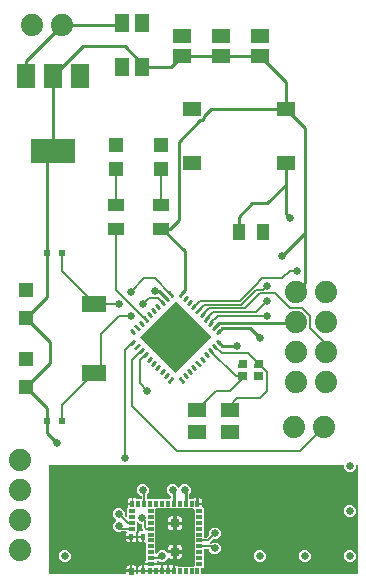
<source format=gbr>
G04 EAGLE Gerber X2 export*
%TF.Part,Single*%
%TF.FileFunction,Copper,L1,Top,Mixed*%
%TF.FilePolarity,Positive*%
%TF.GenerationSoftware,Autodesk,EAGLE,9.0.1*%
%TF.CreationDate,2019-06-07T13:03:31Z*%
G75*
%MOMM*%
%FSLAX34Y34*%
%LPD*%
%AMOC8*
5,1,8,0,0,1.08239X$1,22.5*%
G01*
%ADD10R,1.500000X1.300000*%
%ADD11R,1.524000X1.270000*%
%ADD12R,1.300000X1.500000*%
%ADD13C,1.879600*%
%ADD14R,1.200000X1.200000*%
%ADD15R,1.400000X1.100000*%
%ADD16R,1.100000X1.400000*%
%ADD17R,0.508000X0.508000*%
%ADD18C,0.230000*%
%ADD19R,4.270000X4.270000*%
%ADD20R,1.500000X2.000000*%
%ADD21R,3.800000X2.000000*%
%ADD22R,1.300000X1.300000*%
%ADD23R,2.000000X1.401600*%
%ADD24R,0.750000X0.700000*%
%ADD25R,1.550000X1.300000*%
%ADD26R,0.320000X0.480000*%
%ADD27R,0.480000X0.320000*%
%ADD28C,0.006400*%
%ADD29R,0.670000X0.670000*%
%ADD30C,0.656400*%
%ADD31C,0.254000*%
%ADD32C,0.152400*%

G36*
X127579Y10164D02*
X127579Y10164D01*
X127598Y10162D01*
X127700Y10184D01*
X127802Y10200D01*
X127819Y10210D01*
X127839Y10214D01*
X127928Y10267D01*
X128019Y10316D01*
X128033Y10330D01*
X128050Y10340D01*
X128117Y10419D01*
X128189Y10494D01*
X128197Y10512D01*
X128210Y10527D01*
X128249Y10623D01*
X128292Y10717D01*
X128294Y10737D01*
X128302Y10755D01*
X128320Y10922D01*
X128320Y11774D01*
X132423Y11774D01*
X132442Y11777D01*
X132462Y11775D01*
X132472Y11777D01*
X132499Y11774D01*
X136602Y11774D01*
X136602Y10922D01*
X136605Y10902D01*
X136603Y10883D01*
X136625Y10781D01*
X136641Y10679D01*
X136651Y10662D01*
X136655Y10642D01*
X136708Y10553D01*
X136757Y10462D01*
X136771Y10448D01*
X136781Y10431D01*
X136860Y10364D01*
X136935Y10292D01*
X136953Y10284D01*
X136968Y10271D01*
X137064Y10232D01*
X137158Y10189D01*
X137178Y10187D01*
X137196Y10179D01*
X137363Y10161D01*
X137559Y10161D01*
X137579Y10164D01*
X137598Y10162D01*
X137700Y10184D01*
X137802Y10200D01*
X137819Y10210D01*
X137839Y10214D01*
X137928Y10267D01*
X138019Y10316D01*
X138033Y10330D01*
X138050Y10340D01*
X138117Y10419D01*
X138189Y10494D01*
X138197Y10512D01*
X138210Y10527D01*
X138249Y10623D01*
X138292Y10717D01*
X138294Y10737D01*
X138302Y10755D01*
X138320Y10922D01*
X138320Y11774D01*
X142423Y11774D01*
X142442Y11777D01*
X142462Y11775D01*
X142472Y11777D01*
X142499Y11774D01*
X148423Y11774D01*
X148442Y11777D01*
X148462Y11775D01*
X148472Y11777D01*
X148499Y11774D01*
X153423Y11774D01*
X153442Y11777D01*
X153462Y11775D01*
X153472Y11777D01*
X153499Y11774D01*
X158423Y11774D01*
X158442Y11777D01*
X158462Y11775D01*
X158472Y11777D01*
X158499Y11774D01*
X163423Y11774D01*
X163442Y11777D01*
X163462Y11775D01*
X163472Y11777D01*
X163499Y11774D01*
X168423Y11774D01*
X168442Y11777D01*
X168462Y11775D01*
X168564Y11797D01*
X168666Y11813D01*
X168683Y11823D01*
X168703Y11827D01*
X168792Y11880D01*
X168883Y11929D01*
X168897Y11943D01*
X168914Y11953D01*
X168957Y12004D01*
X168959Y12005D01*
X168973Y12019D01*
X168990Y12029D01*
X169057Y12108D01*
X169129Y12183D01*
X169137Y12201D01*
X169150Y12216D01*
X169189Y12313D01*
X169232Y12406D01*
X169234Y12426D01*
X169242Y12444D01*
X169260Y12611D01*
X169260Y17514D01*
X170396Y17514D01*
X171042Y17341D01*
X171621Y17006D01*
X171906Y16721D01*
X171980Y16668D01*
X172050Y16608D01*
X172080Y16596D01*
X172106Y16577D01*
X172193Y16550D01*
X172278Y16516D01*
X172319Y16512D01*
X172341Y16505D01*
X172373Y16506D01*
X172445Y16498D01*
X185275Y16498D01*
X185295Y16501D01*
X185314Y16499D01*
X185416Y16521D01*
X185518Y16537D01*
X185535Y16547D01*
X185555Y16551D01*
X185644Y16604D01*
X185735Y16653D01*
X185749Y16667D01*
X185766Y16677D01*
X185833Y16756D01*
X185905Y16831D01*
X185913Y16849D01*
X185926Y16864D01*
X185965Y16960D01*
X186008Y17054D01*
X186010Y17074D01*
X186018Y17092D01*
X186036Y17259D01*
X186036Y64276D01*
X186025Y64343D01*
X186024Y64410D01*
X186006Y64463D01*
X185997Y64519D01*
X185965Y64578D01*
X185942Y64642D01*
X185908Y64686D01*
X185881Y64736D01*
X185832Y64783D01*
X185791Y64836D01*
X185727Y64883D01*
X185703Y64905D01*
X185684Y64914D01*
X185656Y64935D01*
X185301Y65140D01*
X185016Y65425D01*
X184942Y65478D01*
X184872Y65538D01*
X184842Y65550D01*
X184816Y65569D01*
X184729Y65596D01*
X184644Y65630D01*
X184603Y65634D01*
X184581Y65641D01*
X184549Y65640D01*
X184477Y65648D01*
X153647Y65648D01*
X153627Y65645D01*
X153608Y65647D01*
X153506Y65625D01*
X153404Y65609D01*
X153387Y65599D01*
X153367Y65595D01*
X153278Y65542D01*
X153187Y65493D01*
X153173Y65479D01*
X153156Y65469D01*
X153089Y65390D01*
X153017Y65315D01*
X153009Y65297D01*
X152996Y65282D01*
X152957Y65186D01*
X152914Y65092D01*
X152912Y65072D01*
X152904Y65054D01*
X152886Y64887D01*
X152886Y28171D01*
X152897Y28101D01*
X152899Y28029D01*
X152917Y27980D01*
X152925Y27929D01*
X152959Y27865D01*
X152984Y27798D01*
X153016Y27757D01*
X153041Y27711D01*
X153093Y27662D01*
X153137Y27606D01*
X153181Y27578D01*
X153219Y27542D01*
X153284Y27512D01*
X153344Y27473D01*
X153395Y27460D01*
X153442Y27438D01*
X153513Y27430D01*
X153583Y27413D01*
X153635Y27417D01*
X153686Y27411D01*
X153757Y27426D01*
X153828Y27432D01*
X153876Y27452D01*
X153927Y27463D01*
X153988Y27500D01*
X154054Y27528D01*
X154110Y27573D01*
X154138Y27590D01*
X154153Y27607D01*
X154185Y27633D01*
X156759Y30207D01*
X160741Y30207D01*
X163175Y27773D01*
X163249Y27720D01*
X163318Y27660D01*
X163349Y27648D01*
X163375Y27629D01*
X163462Y27602D01*
X163547Y27568D01*
X163588Y27564D01*
X163610Y27557D01*
X163642Y27558D01*
X163713Y27550D01*
X167938Y27550D01*
X167938Y23182D01*
X165777Y23182D01*
X165130Y23355D01*
X164605Y23659D01*
X164564Y23674D01*
X164527Y23698D01*
X164449Y23718D01*
X164375Y23746D01*
X164331Y23748D01*
X164288Y23758D01*
X164209Y23752D01*
X164129Y23755D01*
X164087Y23742D01*
X164043Y23739D01*
X163970Y23708D01*
X163893Y23685D01*
X163857Y23660D01*
X163817Y23643D01*
X163703Y23552D01*
X163692Y23544D01*
X163690Y23541D01*
X163686Y23538D01*
X160741Y20593D01*
X156759Y20593D01*
X156289Y21063D01*
X156215Y21116D01*
X156146Y21176D01*
X156115Y21188D01*
X156089Y21207D01*
X156002Y21234D01*
X155917Y21268D01*
X155876Y21272D01*
X155854Y21279D01*
X155822Y21278D01*
X155751Y21286D01*
X154663Y21286D01*
X154643Y21283D01*
X154624Y21285D01*
X154522Y21263D01*
X154420Y21247D01*
X154403Y21237D01*
X154383Y21233D01*
X154294Y21180D01*
X154203Y21131D01*
X154189Y21117D01*
X154172Y21107D01*
X154105Y21028D01*
X154033Y20953D01*
X154025Y20935D01*
X154012Y20920D01*
X153973Y20824D01*
X153930Y20730D01*
X153928Y20710D01*
X153920Y20692D01*
X153902Y20525D01*
X153902Y19372D01*
X148999Y19372D01*
X148980Y19369D01*
X148960Y19371D01*
X148950Y19369D01*
X148923Y19372D01*
X144020Y19372D01*
X144020Y20507D01*
X144193Y21154D01*
X144528Y21733D01*
X144813Y22018D01*
X144866Y22092D01*
X144926Y22162D01*
X144938Y22192D01*
X144957Y22218D01*
X144984Y22305D01*
X145018Y22390D01*
X145022Y22431D01*
X145029Y22453D01*
X145028Y22485D01*
X145036Y22557D01*
X145036Y36071D01*
X145035Y36079D01*
X145035Y36083D01*
X145033Y36092D01*
X145035Y36110D01*
X145013Y36212D01*
X144997Y36314D01*
X144987Y36331D01*
X144983Y36351D01*
X144930Y36440D01*
X144881Y36531D01*
X144867Y36545D01*
X144857Y36562D01*
X144778Y36629D01*
X144703Y36701D01*
X144685Y36709D01*
X144670Y36722D01*
X144574Y36761D01*
X144480Y36804D01*
X144460Y36806D01*
X144442Y36814D01*
X144275Y36832D01*
X143260Y36832D01*
X143260Y41735D01*
X143257Y41754D01*
X143259Y41774D01*
X143237Y41876D01*
X143221Y41978D01*
X143211Y41995D01*
X143207Y42015D01*
X143154Y42104D01*
X143105Y42195D01*
X143091Y42209D01*
X143081Y42226D01*
X143030Y42269D01*
X143029Y42271D01*
X143015Y42285D01*
X143005Y42302D01*
X142926Y42369D01*
X142851Y42441D01*
X142833Y42449D01*
X142818Y42462D01*
X142721Y42501D01*
X142628Y42544D01*
X142608Y42546D01*
X142590Y42554D01*
X142423Y42572D01*
X138320Y42572D01*
X138320Y44507D01*
X138493Y45154D01*
X138828Y45733D01*
X139301Y46206D01*
X139880Y46541D01*
X140527Y46714D01*
X141763Y46714D01*
X141833Y46725D01*
X141905Y46727D01*
X141954Y46745D01*
X142005Y46753D01*
X142069Y46787D01*
X142136Y46812D01*
X142177Y46844D01*
X142223Y46869D01*
X142272Y46921D01*
X142328Y46965D01*
X142356Y47009D01*
X142392Y47047D01*
X142422Y47112D01*
X142461Y47172D01*
X142474Y47223D01*
X142496Y47270D01*
X142504Y47341D01*
X142521Y47411D01*
X142517Y47463D01*
X142523Y47514D01*
X142508Y47585D01*
X142502Y47656D01*
X142482Y47704D01*
X142471Y47755D01*
X142434Y47816D01*
X142406Y47882D01*
X142361Y47938D01*
X142344Y47966D01*
X142327Y47981D01*
X142301Y48013D01*
X141477Y48837D01*
X141477Y51582D01*
X141474Y51602D01*
X141476Y51621D01*
X141454Y51723D01*
X141438Y51825D01*
X141428Y51842D01*
X141424Y51862D01*
X141371Y51951D01*
X141322Y52042D01*
X141308Y52056D01*
X141298Y52073D01*
X141219Y52140D01*
X141144Y52212D01*
X141126Y52220D01*
X141111Y52233D01*
X141015Y52272D01*
X140921Y52315D01*
X140901Y52317D01*
X140883Y52325D01*
X140716Y52343D01*
X139764Y52343D01*
X138185Y53922D01*
X138127Y53964D01*
X138075Y54013D01*
X138028Y54035D01*
X137986Y54066D01*
X137917Y54087D01*
X137852Y54117D01*
X137800Y54123D01*
X137750Y54138D01*
X137679Y54136D01*
X137608Y54144D01*
X137557Y54133D01*
X137505Y54132D01*
X137437Y54107D01*
X137367Y54092D01*
X137322Y54065D01*
X137274Y54047D01*
X137218Y54002D01*
X137156Y53965D01*
X137122Y53926D01*
X137082Y53893D01*
X137043Y53833D01*
X136996Y53779D01*
X136977Y53730D01*
X136949Y53686D01*
X136931Y53617D01*
X136904Y53550D01*
X136896Y53479D01*
X136888Y53448D01*
X136890Y53425D01*
X136886Y53384D01*
X136886Y46341D01*
X136574Y46030D01*
X136549Y45994D01*
X136516Y45965D01*
X136477Y45895D01*
X136431Y45830D01*
X136418Y45788D01*
X136396Y45750D01*
X136382Y45671D01*
X136358Y45595D01*
X136359Y45551D01*
X136351Y45508D01*
X136363Y45429D01*
X136365Y45349D01*
X136380Y45308D01*
X136386Y45264D01*
X136419Y45188D01*
X136602Y44507D01*
X136602Y42572D01*
X132499Y42572D01*
X132480Y42569D01*
X132460Y42571D01*
X132450Y42569D01*
X132423Y42572D01*
X128320Y42572D01*
X128320Y44507D01*
X128498Y45170D01*
X128522Y45234D01*
X128562Y45320D01*
X128565Y45348D01*
X128575Y45374D01*
X128579Y45470D01*
X128589Y45564D01*
X128583Y45592D01*
X128584Y45620D01*
X128557Y45712D01*
X128537Y45805D01*
X128522Y45829D01*
X128514Y45856D01*
X128460Y45934D01*
X128411Y46016D01*
X128389Y46034D01*
X128373Y46057D01*
X128296Y46114D01*
X128224Y46176D01*
X128197Y46186D01*
X128175Y46203D01*
X128084Y46232D01*
X127996Y46268D01*
X127960Y46272D01*
X127940Y46278D01*
X127908Y46278D01*
X127829Y46286D01*
X124519Y46286D01*
X124429Y46272D01*
X124338Y46264D01*
X124309Y46252D01*
X124277Y46247D01*
X124196Y46204D01*
X124112Y46168D01*
X124080Y46142D01*
X124059Y46131D01*
X124037Y46108D01*
X123981Y46063D01*
X123911Y45993D01*
X119929Y45993D01*
X117113Y48809D01*
X117113Y52791D01*
X119664Y55342D01*
X119676Y55358D01*
X119691Y55370D01*
X119747Y55458D01*
X119807Y55541D01*
X119813Y55560D01*
X119824Y55577D01*
X119849Y55678D01*
X119880Y55777D01*
X119879Y55796D01*
X119884Y55816D01*
X119876Y55919D01*
X119873Y56022D01*
X119867Y56041D01*
X119865Y56061D01*
X119825Y56156D01*
X119789Y56253D01*
X119777Y56269D01*
X119769Y56287D01*
X119664Y56418D01*
X117113Y58969D01*
X117113Y62951D01*
X119929Y65767D01*
X123911Y65767D01*
X126727Y62951D01*
X126727Y59703D01*
X126741Y59613D01*
X126749Y59522D01*
X126761Y59492D01*
X126766Y59460D01*
X126809Y59379D01*
X126845Y59295D01*
X126871Y59263D01*
X126882Y59242D01*
X126905Y59220D01*
X126950Y59164D01*
X127737Y58377D01*
X127795Y58335D01*
X127847Y58286D01*
X127894Y58264D01*
X127936Y58234D01*
X128005Y58213D01*
X128070Y58182D01*
X128122Y58177D01*
X128172Y58161D01*
X128243Y58163D01*
X128314Y58155D01*
X128365Y58166D01*
X128417Y58168D01*
X128485Y58192D01*
X128555Y58207D01*
X128600Y58234D01*
X128648Y58252D01*
X128704Y58297D01*
X128766Y58334D01*
X128800Y58373D01*
X128840Y58406D01*
X128879Y58466D01*
X128926Y58521D01*
X128945Y58569D01*
X128973Y58613D01*
X128991Y58682D01*
X129018Y58749D01*
X129026Y58820D01*
X129034Y58851D01*
X129032Y58875D01*
X129036Y58915D01*
X129036Y65805D01*
X129168Y65936D01*
X129207Y65991D01*
X129255Y66040D01*
X129279Y66090D01*
X129312Y66136D01*
X129331Y66201D01*
X129361Y66262D01*
X129367Y66317D01*
X129384Y66371D01*
X129382Y66439D01*
X129390Y66506D01*
X129378Y66584D01*
X129378Y66617D01*
X129370Y66637D01*
X129365Y66672D01*
X129320Y66838D01*
X129320Y68774D01*
X133423Y68774D01*
X133442Y68777D01*
X133462Y68775D01*
X133564Y68797D01*
X133666Y68813D01*
X133683Y68823D01*
X133703Y68827D01*
X133792Y68880D01*
X133883Y68929D01*
X133897Y68943D01*
X133914Y68953D01*
X133957Y69004D01*
X133959Y69005D01*
X133973Y69019D01*
X133990Y69029D01*
X134057Y69108D01*
X134129Y69183D01*
X134137Y69201D01*
X134150Y69216D01*
X134189Y69313D01*
X134232Y69406D01*
X134234Y69426D01*
X134242Y69444D01*
X134260Y69611D01*
X134260Y74514D01*
X135395Y74514D01*
X136042Y74341D01*
X136621Y74006D01*
X136906Y73721D01*
X136980Y73668D01*
X137050Y73608D01*
X137080Y73596D01*
X137106Y73577D01*
X137193Y73550D01*
X137278Y73516D01*
X137319Y73512D01*
X137341Y73505D01*
X137373Y73506D01*
X137445Y73498D01*
X140413Y73498D01*
X140433Y73501D01*
X140452Y73499D01*
X140554Y73521D01*
X140656Y73537D01*
X140673Y73547D01*
X140693Y73551D01*
X140782Y73604D01*
X140873Y73653D01*
X140887Y73667D01*
X140904Y73677D01*
X140971Y73756D01*
X141043Y73831D01*
X141051Y73849D01*
X141064Y73864D01*
X141103Y73960D01*
X141146Y74054D01*
X141148Y74074D01*
X141156Y74092D01*
X141174Y74259D01*
X141174Y75712D01*
X141171Y75732D01*
X141173Y75751D01*
X141151Y75853D01*
X141135Y75955D01*
X141125Y75972D01*
X141121Y75992D01*
X141068Y76081D01*
X141019Y76172D01*
X141005Y76186D01*
X140995Y76203D01*
X140916Y76270D01*
X140841Y76342D01*
X140823Y76350D01*
X140808Y76363D01*
X140712Y76402D01*
X140618Y76445D01*
X140598Y76447D01*
X140580Y76455D01*
X140413Y76473D01*
X140249Y76473D01*
X137433Y79289D01*
X137433Y83271D01*
X140249Y86087D01*
X144231Y86087D01*
X147047Y83271D01*
X147047Y79289D01*
X145971Y78213D01*
X145918Y78139D01*
X145858Y78070D01*
X145846Y78039D01*
X145827Y78013D01*
X145800Y77926D01*
X145766Y77841D01*
X145762Y77800D01*
X145755Y77778D01*
X145756Y77746D01*
X145748Y77675D01*
X145748Y74259D01*
X145751Y74239D01*
X145749Y74220D01*
X145771Y74118D01*
X145787Y74016D01*
X145797Y73999D01*
X145801Y73979D01*
X145854Y73890D01*
X145903Y73799D01*
X145917Y73785D01*
X145927Y73768D01*
X146006Y73701D01*
X146081Y73629D01*
X146099Y73621D01*
X146114Y73608D01*
X146210Y73569D01*
X146304Y73526D01*
X146324Y73524D01*
X146342Y73516D01*
X146509Y73498D01*
X164905Y73498D01*
X164925Y73501D01*
X164944Y73499D01*
X165046Y73521D01*
X165148Y73537D01*
X165165Y73547D01*
X165185Y73551D01*
X165274Y73604D01*
X165365Y73653D01*
X165379Y73667D01*
X165396Y73677D01*
X165463Y73756D01*
X165535Y73831D01*
X165543Y73849D01*
X165556Y73864D01*
X165595Y73960D01*
X165638Y74054D01*
X165640Y74074D01*
X165648Y74092D01*
X165666Y74259D01*
X165666Y76141D01*
X165652Y76231D01*
X165644Y76322D01*
X165632Y76351D01*
X165627Y76383D01*
X165584Y76464D01*
X165548Y76548D01*
X165522Y76580D01*
X165511Y76601D01*
X165488Y76623D01*
X165443Y76679D01*
X162833Y79289D01*
X162833Y83271D01*
X165649Y86087D01*
X169631Y86087D01*
X172182Y83536D01*
X172198Y83524D01*
X172210Y83509D01*
X172298Y83453D01*
X172381Y83393D01*
X172400Y83387D01*
X172417Y83376D01*
X172518Y83351D01*
X172617Y83320D01*
X172636Y83321D01*
X172656Y83316D01*
X172759Y83324D01*
X172862Y83327D01*
X172881Y83333D01*
X172901Y83335D01*
X172996Y83375D01*
X173093Y83411D01*
X173109Y83423D01*
X173127Y83431D01*
X173258Y83536D01*
X175809Y86087D01*
X179791Y86087D01*
X182607Y83271D01*
X182607Y79289D01*
X181479Y78161D01*
X181426Y78087D01*
X181366Y78018D01*
X181354Y77987D01*
X181335Y77961D01*
X181308Y77874D01*
X181274Y77789D01*
X181270Y77748D01*
X181263Y77726D01*
X181264Y77694D01*
X181256Y77623D01*
X181256Y74259D01*
X181259Y74239D01*
X181257Y74220D01*
X181279Y74118D01*
X181295Y74016D01*
X181305Y73999D01*
X181309Y73979D01*
X181362Y73890D01*
X181411Y73799D01*
X181425Y73785D01*
X181435Y73768D01*
X181514Y73701D01*
X181589Y73629D01*
X181607Y73621D01*
X181622Y73608D01*
X181718Y73569D01*
X181812Y73526D01*
X181832Y73524D01*
X181850Y73516D01*
X182017Y73498D01*
X184477Y73498D01*
X184567Y73512D01*
X184658Y73520D01*
X184688Y73532D01*
X184720Y73537D01*
X184801Y73580D01*
X184885Y73616D01*
X184917Y73642D01*
X184937Y73653D01*
X184960Y73676D01*
X185016Y73721D01*
X185301Y74006D01*
X185880Y74341D01*
X186527Y74514D01*
X187662Y74514D01*
X187662Y69611D01*
X187665Y69592D01*
X187663Y69572D01*
X187685Y69470D01*
X187701Y69368D01*
X187711Y69351D01*
X187715Y69331D01*
X187768Y69242D01*
X187817Y69151D01*
X187831Y69137D01*
X187841Y69120D01*
X187892Y69077D01*
X187893Y69075D01*
X187907Y69061D01*
X187917Y69044D01*
X187996Y68977D01*
X188071Y68905D01*
X188089Y68897D01*
X188104Y68884D01*
X188201Y68845D01*
X188294Y68802D01*
X188314Y68800D01*
X188332Y68792D01*
X188499Y68774D01*
X192602Y68774D01*
X192602Y67404D01*
X192616Y67314D01*
X192624Y67223D01*
X192636Y67193D01*
X192641Y67161D01*
X192684Y67080D01*
X192720Y66997D01*
X192746Y66964D01*
X192757Y66944D01*
X192780Y66922D01*
X192825Y66866D01*
X193886Y65805D01*
X193886Y41621D01*
X193889Y41601D01*
X193887Y41582D01*
X193909Y41480D01*
X193925Y41378D01*
X193935Y41361D01*
X193939Y41341D01*
X193992Y41252D01*
X194041Y41161D01*
X194055Y41147D01*
X194065Y41130D01*
X194144Y41063D01*
X194219Y40991D01*
X194237Y40983D01*
X194252Y40970D01*
X194348Y40931D01*
X194442Y40888D01*
X194462Y40886D01*
X194480Y40878D01*
X194647Y40860D01*
X196060Y40860D01*
X196151Y40874D01*
X196241Y40882D01*
X196271Y40894D01*
X196303Y40899D01*
X196384Y40942D01*
X196468Y40978D01*
X196500Y41004D01*
X196521Y41015D01*
X196543Y41038D01*
X196599Y41083D01*
X198170Y42654D01*
X198223Y42728D01*
X198283Y42798D01*
X198295Y42828D01*
X198314Y42854D01*
X198341Y42941D01*
X198375Y43026D01*
X198379Y43067D01*
X198386Y43089D01*
X198385Y43121D01*
X198393Y43193D01*
X198393Y46441D01*
X201209Y49257D01*
X205191Y49257D01*
X208007Y46441D01*
X208007Y42459D01*
X205191Y39643D01*
X201943Y39643D01*
X201852Y39629D01*
X201762Y39621D01*
X201732Y39609D01*
X201700Y39604D01*
X201619Y39561D01*
X201535Y39525D01*
X201503Y39499D01*
X201482Y39488D01*
X201460Y39465D01*
X201404Y39420D01*
X199143Y37159D01*
X199101Y37101D01*
X199052Y37049D01*
X199030Y37002D01*
X199000Y36960D01*
X198979Y36891D01*
X198948Y36826D01*
X198943Y36774D01*
X198927Y36724D01*
X198929Y36653D01*
X198921Y36582D01*
X198932Y36531D01*
X198934Y36479D01*
X198958Y36411D01*
X198973Y36341D01*
X199000Y36296D01*
X199018Y36248D01*
X199063Y36192D01*
X199100Y36130D01*
X199139Y36096D01*
X199172Y36056D01*
X199232Y36017D01*
X199287Y35970D01*
X199335Y35951D01*
X199379Y35923D01*
X199448Y35905D01*
X199515Y35878D01*
X199586Y35870D01*
X199617Y35862D01*
X199641Y35864D01*
X199681Y35860D01*
X200197Y35860D01*
X200287Y35874D01*
X200378Y35882D01*
X200407Y35894D01*
X200439Y35899D01*
X200520Y35942D01*
X200604Y35978D01*
X200636Y36004D01*
X200657Y36015D01*
X200679Y36038D01*
X200735Y36083D01*
X201209Y36557D01*
X205191Y36557D01*
X208007Y33741D01*
X208007Y29759D01*
X205191Y26943D01*
X201209Y26943D01*
X198393Y29759D01*
X198393Y30525D01*
X198390Y30545D01*
X198392Y30564D01*
X198370Y30666D01*
X198354Y30768D01*
X198344Y30785D01*
X198340Y30805D01*
X198287Y30894D01*
X198238Y30985D01*
X198224Y30999D01*
X198214Y31016D01*
X198135Y31083D01*
X198060Y31155D01*
X198042Y31163D01*
X198027Y31176D01*
X197931Y31215D01*
X197837Y31258D01*
X197817Y31260D01*
X197799Y31268D01*
X197632Y31286D01*
X194647Y31286D01*
X194627Y31283D01*
X194608Y31285D01*
X194506Y31263D01*
X194404Y31247D01*
X194387Y31237D01*
X194367Y31233D01*
X194278Y31180D01*
X194187Y31131D01*
X194173Y31117D01*
X194156Y31107D01*
X194089Y31028D01*
X194017Y30953D01*
X194009Y30935D01*
X193996Y30920D01*
X193957Y30824D01*
X193914Y30730D01*
X193912Y30710D01*
X193904Y30692D01*
X193886Y30525D01*
X193886Y16341D01*
X192993Y15448D01*
X192347Y15448D01*
X192327Y15445D01*
X192308Y15447D01*
X192206Y15425D01*
X192104Y15409D01*
X192087Y15399D01*
X192067Y15395D01*
X191978Y15342D01*
X191887Y15293D01*
X191873Y15279D01*
X191856Y15269D01*
X191789Y15190D01*
X191717Y15115D01*
X191709Y15097D01*
X191696Y15082D01*
X191657Y14986D01*
X191614Y14892D01*
X191612Y14872D01*
X191604Y14854D01*
X191586Y14687D01*
X191586Y10922D01*
X191589Y10902D01*
X191587Y10883D01*
X191609Y10781D01*
X191625Y10679D01*
X191635Y10662D01*
X191639Y10642D01*
X191692Y10553D01*
X191741Y10462D01*
X191755Y10448D01*
X191765Y10431D01*
X191844Y10364D01*
X191919Y10292D01*
X191937Y10284D01*
X191952Y10271D01*
X192048Y10232D01*
X192142Y10189D01*
X192162Y10187D01*
X192180Y10179D01*
X192347Y10161D01*
X323598Y10161D01*
X323618Y10164D01*
X323637Y10162D01*
X323739Y10184D01*
X323841Y10200D01*
X323858Y10210D01*
X323878Y10214D01*
X323967Y10267D01*
X324058Y10316D01*
X324072Y10330D01*
X324089Y10340D01*
X324156Y10419D01*
X324228Y10494D01*
X324236Y10512D01*
X324249Y10527D01*
X324288Y10623D01*
X324331Y10717D01*
X324333Y10737D01*
X324341Y10755D01*
X324359Y10922D01*
X324359Y101600D01*
X324356Y101620D01*
X324358Y101639D01*
X324336Y101741D01*
X324320Y101843D01*
X324310Y101860D01*
X324306Y101880D01*
X324253Y101969D01*
X324204Y102060D01*
X324190Y102074D01*
X324180Y102091D01*
X324101Y102158D01*
X324026Y102230D01*
X324008Y102238D01*
X323993Y102251D01*
X323897Y102290D01*
X323803Y102333D01*
X323783Y102335D01*
X323765Y102343D01*
X323598Y102361D01*
X323068Y102361D01*
X323048Y102358D01*
X323029Y102360D01*
X322927Y102338D01*
X322825Y102322D01*
X322808Y102312D01*
X322788Y102308D01*
X322699Y102255D01*
X322608Y102206D01*
X322594Y102192D01*
X322577Y102182D01*
X322510Y102103D01*
X322438Y102028D01*
X322430Y102010D01*
X322417Y101995D01*
X322378Y101899D01*
X322335Y101805D01*
X322333Y101785D01*
X322325Y101767D01*
X322307Y101600D01*
X322307Y99609D01*
X319491Y96793D01*
X315509Y96793D01*
X312693Y99609D01*
X312693Y101600D01*
X312690Y101620D01*
X312692Y101639D01*
X312670Y101741D01*
X312654Y101843D01*
X312644Y101860D01*
X312640Y101880D01*
X312587Y101969D01*
X312538Y102060D01*
X312524Y102074D01*
X312514Y102091D01*
X312435Y102158D01*
X312360Y102230D01*
X312342Y102238D01*
X312327Y102251D01*
X312231Y102290D01*
X312137Y102333D01*
X312117Y102335D01*
X312099Y102343D01*
X311932Y102361D01*
X63500Y102361D01*
X63480Y102358D01*
X63461Y102360D01*
X63359Y102338D01*
X63257Y102322D01*
X63240Y102312D01*
X63220Y102308D01*
X63131Y102255D01*
X63040Y102206D01*
X63026Y102192D01*
X63009Y102182D01*
X62942Y102103D01*
X62871Y102028D01*
X62862Y102010D01*
X62849Y101995D01*
X62810Y101899D01*
X62767Y101805D01*
X62765Y101785D01*
X62757Y101767D01*
X62739Y101600D01*
X62739Y10922D01*
X62742Y10902D01*
X62740Y10883D01*
X62762Y10781D01*
X62779Y10679D01*
X62788Y10662D01*
X62792Y10642D01*
X62845Y10553D01*
X62894Y10462D01*
X62908Y10448D01*
X62918Y10431D01*
X62997Y10364D01*
X63072Y10292D01*
X63090Y10284D01*
X63105Y10271D01*
X63201Y10232D01*
X63295Y10189D01*
X63315Y10187D01*
X63333Y10179D01*
X63500Y10161D01*
X127559Y10161D01*
X127579Y10164D01*
G37*
%LPC*%
G36*
X315509Y58693D02*
X315509Y58693D01*
X312693Y61509D01*
X312693Y65491D01*
X315509Y68307D01*
X319491Y68307D01*
X322307Y65491D01*
X322307Y61509D01*
X319491Y58693D01*
X315509Y58693D01*
G37*
%LPD*%
%LPC*%
G36*
X315509Y20593D02*
X315509Y20593D01*
X312693Y23409D01*
X312693Y27391D01*
X315509Y30207D01*
X319491Y30207D01*
X322307Y27391D01*
X322307Y23409D01*
X319491Y20593D01*
X315509Y20593D01*
G37*
%LPD*%
%LPC*%
G36*
X74209Y20593D02*
X74209Y20593D01*
X71393Y23409D01*
X71393Y27391D01*
X74209Y30207D01*
X78191Y30207D01*
X81007Y27391D01*
X81007Y23409D01*
X78191Y20593D01*
X74209Y20593D01*
G37*
%LPD*%
%LPC*%
G36*
X239309Y20593D02*
X239309Y20593D01*
X236493Y23409D01*
X236493Y27391D01*
X239309Y30207D01*
X243291Y30207D01*
X246107Y27391D01*
X246107Y23409D01*
X243291Y20593D01*
X239309Y20593D01*
G37*
%LPD*%
%LPC*%
G36*
X277409Y20593D02*
X277409Y20593D01*
X274593Y23409D01*
X274593Y27391D01*
X277409Y30207D01*
X281391Y30207D01*
X284207Y27391D01*
X284207Y23409D01*
X281391Y20593D01*
X277409Y20593D01*
G37*
%LPD*%
%LPC*%
G36*
X153460Y13371D02*
X153460Y13371D01*
X153450Y13369D01*
X153423Y13372D01*
X148499Y13372D01*
X148480Y13369D01*
X148460Y13371D01*
X148450Y13369D01*
X148423Y13372D01*
X143260Y13372D01*
X143260Y17514D01*
X143279Y17517D01*
X143298Y17515D01*
X143400Y17537D01*
X143502Y17553D01*
X143519Y17563D01*
X143539Y17567D01*
X143628Y17620D01*
X143719Y17669D01*
X143733Y17683D01*
X143750Y17693D01*
X143817Y17772D01*
X143819Y17774D01*
X148923Y17774D01*
X148942Y17777D01*
X148962Y17775D01*
X148972Y17777D01*
X148999Y17774D01*
X154093Y17774D01*
X154160Y17717D01*
X154235Y17645D01*
X154253Y17637D01*
X154268Y17624D01*
X154364Y17585D01*
X154458Y17542D01*
X154478Y17540D01*
X154496Y17532D01*
X154663Y17514D01*
X155395Y17514D01*
X155764Y17415D01*
X155879Y17404D01*
X155992Y17390D01*
X156002Y17391D01*
X156009Y17391D01*
X156030Y17396D01*
X156158Y17415D01*
X156527Y17514D01*
X157662Y17514D01*
X157662Y13372D01*
X153499Y13372D01*
X153480Y13369D01*
X153460Y13371D01*
G37*
%LPD*%
%LPC*%
G36*
X170984Y30596D02*
X170984Y30596D01*
X170984Y34964D01*
X173145Y34964D01*
X173792Y34791D01*
X174371Y34456D01*
X174844Y33983D01*
X175179Y33404D01*
X175352Y32757D01*
X175352Y30596D01*
X170984Y30596D01*
G37*
%LPD*%
%LPC*%
G36*
X170984Y54596D02*
X170984Y54596D01*
X170984Y58964D01*
X173146Y58964D01*
X173792Y58791D01*
X174371Y58456D01*
X174844Y57983D01*
X175179Y57404D01*
X175352Y56757D01*
X175352Y54596D01*
X170984Y54596D01*
G37*
%LPD*%
%LPC*%
G36*
X163570Y54596D02*
X163570Y54596D01*
X163570Y56757D01*
X163743Y57404D01*
X164078Y57983D01*
X164551Y58456D01*
X165130Y58791D01*
X165777Y58964D01*
X167938Y58964D01*
X167938Y54596D01*
X163570Y54596D01*
G37*
%LPD*%
%LPC*%
G36*
X163570Y30596D02*
X163570Y30596D01*
X163570Y32757D01*
X163743Y33404D01*
X164078Y33983D01*
X164551Y34456D01*
X165130Y34791D01*
X165777Y34964D01*
X167938Y34964D01*
X167938Y30596D01*
X163570Y30596D01*
G37*
%LPD*%
%LPC*%
G36*
X170984Y47182D02*
X170984Y47182D01*
X170984Y51550D01*
X175352Y51550D01*
X175352Y49389D01*
X175179Y48742D01*
X174844Y48163D01*
X174371Y47690D01*
X173792Y47355D01*
X173145Y47182D01*
X170984Y47182D01*
G37*
%LPD*%
%LPC*%
G36*
X170984Y23182D02*
X170984Y23182D01*
X170984Y27550D01*
X175352Y27550D01*
X175352Y25389D01*
X175179Y24742D01*
X174844Y24163D01*
X174371Y23690D01*
X173792Y23355D01*
X173145Y23182D01*
X170984Y23182D01*
G37*
%LPD*%
%LPC*%
G36*
X165777Y47182D02*
X165777Y47182D01*
X165130Y47355D01*
X164551Y47690D01*
X164078Y48163D01*
X163743Y48742D01*
X163570Y49389D01*
X163570Y51550D01*
X167938Y51550D01*
X167938Y47182D01*
X165777Y47182D01*
G37*
%LPD*%
%LPC*%
G36*
X164260Y13372D02*
X164260Y13372D01*
X164260Y17514D01*
X165395Y17514D01*
X165764Y17415D01*
X165878Y17404D01*
X165992Y17390D01*
X166002Y17391D01*
X166009Y17391D01*
X166030Y17396D01*
X166158Y17415D01*
X166527Y17514D01*
X167662Y17514D01*
X167662Y13372D01*
X164260Y13372D01*
G37*
%LPD*%
%LPC*%
G36*
X159260Y13372D02*
X159260Y13372D01*
X159260Y17514D01*
X160395Y17514D01*
X160764Y17415D01*
X160878Y17404D01*
X160992Y17390D01*
X161002Y17391D01*
X161009Y17391D01*
X161030Y17396D01*
X161158Y17415D01*
X161527Y17514D01*
X162662Y17514D01*
X162662Y13372D01*
X159260Y13372D01*
G37*
%LPD*%
%LPC*%
G36*
X189260Y70372D02*
X189260Y70372D01*
X189260Y74514D01*
X190395Y74514D01*
X191042Y74341D01*
X191621Y74006D01*
X192094Y73533D01*
X192429Y72954D01*
X192602Y72307D01*
X192602Y70372D01*
X189260Y70372D01*
G37*
%LPD*%
%LPC*%
G36*
X133260Y36832D02*
X133260Y36832D01*
X133260Y40974D01*
X136602Y40974D01*
X136602Y39039D01*
X136429Y38392D01*
X136094Y37813D01*
X135621Y37340D01*
X135042Y37005D01*
X134395Y36832D01*
X133260Y36832D01*
G37*
%LPD*%
%LPC*%
G36*
X129320Y70372D02*
X129320Y70372D01*
X129320Y72307D01*
X129493Y72954D01*
X129828Y73533D01*
X130301Y74006D01*
X130880Y74341D01*
X131527Y74514D01*
X132662Y74514D01*
X132662Y70372D01*
X129320Y70372D01*
G37*
%LPD*%
%LPC*%
G36*
X138320Y13372D02*
X138320Y13372D01*
X138320Y15307D01*
X138493Y15954D01*
X138828Y16533D01*
X139301Y17006D01*
X139880Y17341D01*
X140527Y17514D01*
X141662Y17514D01*
X141662Y13372D01*
X138320Y13372D01*
G37*
%LPD*%
%LPC*%
G36*
X140527Y36832D02*
X140527Y36832D01*
X139880Y37005D01*
X139301Y37340D01*
X138828Y37813D01*
X138493Y38392D01*
X138320Y39039D01*
X138320Y40974D01*
X141662Y40974D01*
X141662Y36832D01*
X140527Y36832D01*
G37*
%LPD*%
%LPC*%
G36*
X130527Y36832D02*
X130527Y36832D01*
X129880Y37005D01*
X129301Y37340D01*
X128828Y37813D01*
X128493Y38392D01*
X128320Y39039D01*
X128320Y40974D01*
X131662Y40974D01*
X131662Y36832D01*
X130527Y36832D01*
G37*
%LPD*%
%LPC*%
G36*
X133260Y13372D02*
X133260Y13372D01*
X133260Y17514D01*
X134368Y17514D01*
X135022Y17338D01*
X135609Y17000D01*
X136088Y16521D01*
X136426Y15934D01*
X136602Y15280D01*
X136602Y13372D01*
X133260Y13372D01*
G37*
%LPD*%
%LPC*%
G36*
X128320Y13372D02*
X128320Y13372D01*
X128320Y15280D01*
X128496Y15934D01*
X128834Y16521D01*
X129313Y17000D01*
X129900Y17338D01*
X130554Y17514D01*
X131662Y17514D01*
X131662Y13372D01*
X128320Y13372D01*
G37*
%LPD*%
%LPC*%
G36*
X169460Y53072D02*
X169460Y53072D01*
X169460Y53074D01*
X169462Y53074D01*
X169462Y53072D01*
X169460Y53072D01*
G37*
%LPD*%
%LPC*%
G36*
X169460Y29072D02*
X169460Y29072D01*
X169460Y29074D01*
X169462Y29074D01*
X169462Y29072D01*
X169460Y29072D01*
G37*
%LPD*%
D10*
X241300Y448700D03*
X241300Y465700D03*
X208280Y448700D03*
X208280Y465700D03*
X175260Y448700D03*
X175260Y465700D03*
D11*
X187960Y130175D03*
X187960Y149225D03*
X215900Y130175D03*
X215900Y149225D03*
D12*
X124850Y476250D03*
X141850Y476250D03*
X141850Y439420D03*
X124850Y439420D03*
D13*
X271780Y248920D03*
X297180Y248920D03*
X271780Y223520D03*
X297180Y223520D03*
X271780Y198120D03*
X297180Y198120D03*
X271780Y172720D03*
X297180Y172720D03*
X73660Y474980D03*
X48260Y474980D03*
D14*
X157480Y373720D03*
X157480Y352720D03*
X119380Y373720D03*
X119380Y352720D03*
D15*
X119380Y302420D03*
X119380Y322420D03*
D16*
X223680Y299720D03*
X243680Y299720D03*
D15*
X157480Y322420D03*
X157480Y302420D03*
D17*
X60960Y139700D03*
X60960Y281940D03*
X73660Y139700D03*
X73660Y281940D03*
D18*
X187610Y189854D02*
X190226Y187238D01*
X186691Y183703D02*
X184075Y186319D01*
X180539Y182783D02*
X183155Y180167D01*
X179620Y176632D02*
X177004Y179248D01*
X173468Y175712D02*
X176084Y173096D01*
X193762Y190774D02*
X191146Y193390D01*
X194681Y196925D02*
X197297Y194309D01*
X200833Y197845D02*
X198217Y200461D01*
X201752Y203996D02*
X204368Y201380D01*
X207904Y204916D02*
X205288Y207532D01*
X187610Y231786D02*
X190226Y234402D01*
X186691Y237937D02*
X184075Y235321D01*
X180539Y238857D02*
X183155Y241473D01*
X179620Y245008D02*
X177004Y242392D01*
X173468Y245928D02*
X176084Y248544D01*
X193762Y230866D02*
X191146Y228250D01*
X194681Y224715D02*
X197297Y227331D01*
X200833Y223795D02*
X198217Y221179D01*
X201752Y217644D02*
X204368Y220260D01*
X207904Y216724D02*
X205288Y214108D01*
X149214Y228250D02*
X146598Y230866D01*
X143063Y227331D02*
X145679Y224715D01*
X142143Y221179D02*
X139527Y223795D01*
X135992Y220260D02*
X138608Y217644D01*
X135072Y214108D02*
X132456Y216724D01*
X150134Y234402D02*
X152750Y231786D01*
X156285Y235321D02*
X153669Y237937D01*
X157205Y241473D02*
X159821Y238857D01*
X163356Y242392D02*
X160740Y245008D01*
X164276Y248544D02*
X166892Y245928D01*
X149214Y193390D02*
X146598Y190774D01*
X143063Y194309D02*
X145679Y196925D01*
X142143Y200461D02*
X139527Y197845D01*
X135992Y201380D02*
X138608Y203996D01*
X135072Y207532D02*
X132456Y204916D01*
X150134Y187238D02*
X152750Y189854D01*
X156285Y186319D02*
X153669Y183703D01*
X157205Y180167D02*
X159821Y182783D01*
X163356Y179248D02*
X160740Y176632D01*
X164276Y173096D02*
X166892Y175712D01*
D19*
G36*
X139987Y210820D02*
X170180Y241013D01*
X200373Y210820D01*
X170180Y180627D01*
X139987Y210820D01*
G37*
D20*
X66040Y431550D03*
D21*
X66040Y368550D03*
D20*
X89040Y431550D03*
X43040Y431550D03*
D22*
X43180Y227260D03*
D23*
X100965Y238760D03*
D22*
X43180Y250260D03*
X43180Y168840D03*
D23*
X100965Y180340D03*
D22*
X43180Y191840D03*
D24*
G36*
X236660Y181338D02*
X244158Y181233D01*
X244060Y174234D01*
X236562Y174339D01*
X236660Y181338D01*
G37*
G36*
X230561Y174423D02*
X223063Y174528D01*
X223161Y181527D01*
X230659Y181422D01*
X230561Y174423D01*
G37*
G36*
X230700Y184422D02*
X223202Y184527D01*
X223300Y191526D01*
X230798Y191421D01*
X230700Y184422D01*
G37*
G36*
X236799Y191337D02*
X244297Y191232D01*
X244199Y184233D01*
X236701Y184338D01*
X236799Y191337D01*
G37*
D25*
X183770Y358500D03*
X263270Y358500D03*
X183770Y403500D03*
X263270Y403500D03*
D26*
X148461Y12573D03*
X153461Y12573D03*
X158461Y12573D03*
X163461Y12573D03*
X168461Y12573D03*
X173461Y12573D03*
X178461Y12573D03*
X183461Y12573D03*
X188461Y12573D03*
D27*
X189961Y18573D03*
X189961Y23573D03*
X189961Y28573D03*
X189961Y33573D03*
X189961Y38573D03*
X189961Y43573D03*
X189961Y48573D03*
X189961Y53573D03*
X189961Y58573D03*
X189961Y63573D03*
D26*
X188461Y69573D03*
X183461Y69573D03*
X178461Y69573D03*
X173461Y69573D03*
X168461Y69573D03*
X163461Y69573D03*
X158461Y69573D03*
X153461Y69573D03*
X148461Y69573D03*
X143461Y69573D03*
X138461Y69573D03*
X133461Y69573D03*
D27*
X132961Y63573D03*
X132961Y58573D03*
X132961Y53573D03*
X132961Y48573D03*
X148961Y63573D03*
X148961Y58573D03*
X148961Y53573D03*
X148961Y48573D03*
X148961Y43573D03*
X148961Y38573D03*
X148961Y33573D03*
X148961Y28573D03*
X148961Y23573D03*
X148961Y18573D03*
D26*
X132461Y41773D03*
D28*
X134029Y14941D02*
X134029Y10205D01*
X130893Y10205D01*
X130893Y14941D01*
X134029Y14941D01*
X134029Y10268D02*
X130893Y10268D01*
X130893Y10331D02*
X134029Y10331D01*
X134029Y10394D02*
X130893Y10394D01*
X130893Y10457D02*
X134029Y10457D01*
X134029Y10520D02*
X130893Y10520D01*
X130893Y10583D02*
X134029Y10583D01*
X134029Y10646D02*
X130893Y10646D01*
X130893Y10709D02*
X134029Y10709D01*
X134029Y10772D02*
X130893Y10772D01*
X130893Y10835D02*
X134029Y10835D01*
X134029Y10898D02*
X130893Y10898D01*
X130893Y10961D02*
X134029Y10961D01*
X134029Y11024D02*
X130893Y11024D01*
X130893Y11087D02*
X134029Y11087D01*
X134029Y11150D02*
X130893Y11150D01*
X130893Y11213D02*
X134029Y11213D01*
X134029Y11276D02*
X130893Y11276D01*
X130893Y11339D02*
X134029Y11339D01*
X134029Y11402D02*
X130893Y11402D01*
X130893Y11465D02*
X134029Y11465D01*
X134029Y11528D02*
X130893Y11528D01*
X130893Y11591D02*
X134029Y11591D01*
X134029Y11654D02*
X130893Y11654D01*
X130893Y11717D02*
X134029Y11717D01*
X134029Y11780D02*
X130893Y11780D01*
X130893Y11843D02*
X134029Y11843D01*
X134029Y11906D02*
X130893Y11906D01*
X130893Y11969D02*
X134029Y11969D01*
X134029Y12032D02*
X130893Y12032D01*
X130893Y12095D02*
X134029Y12095D01*
X134029Y12158D02*
X130893Y12158D01*
X130893Y12221D02*
X134029Y12221D01*
X134029Y12284D02*
X130893Y12284D01*
X130893Y12347D02*
X134029Y12347D01*
X134029Y12410D02*
X130893Y12410D01*
X130893Y12473D02*
X134029Y12473D01*
X134029Y12536D02*
X130893Y12536D01*
X130893Y12599D02*
X134029Y12599D01*
X134029Y12662D02*
X130893Y12662D01*
X130893Y12725D02*
X134029Y12725D01*
X134029Y12788D02*
X130893Y12788D01*
X130893Y12851D02*
X134029Y12851D01*
X134029Y12914D02*
X130893Y12914D01*
X130893Y12977D02*
X134029Y12977D01*
X134029Y13040D02*
X130893Y13040D01*
X130893Y13103D02*
X134029Y13103D01*
X134029Y13166D02*
X130893Y13166D01*
X130893Y13229D02*
X134029Y13229D01*
X134029Y13292D02*
X130893Y13292D01*
X130893Y13355D02*
X134029Y13355D01*
X134029Y13418D02*
X130893Y13418D01*
X130893Y13481D02*
X134029Y13481D01*
X134029Y13544D02*
X130893Y13544D01*
X130893Y13607D02*
X134029Y13607D01*
X134029Y13670D02*
X130893Y13670D01*
X130893Y13733D02*
X134029Y13733D01*
X134029Y13796D02*
X130893Y13796D01*
X130893Y13859D02*
X134029Y13859D01*
X134029Y13922D02*
X130893Y13922D01*
X130893Y13985D02*
X134029Y13985D01*
X134029Y14048D02*
X130893Y14048D01*
X130893Y14111D02*
X134029Y14111D01*
X134029Y14174D02*
X130893Y14174D01*
X130893Y14237D02*
X134029Y14237D01*
X134029Y14300D02*
X130893Y14300D01*
X130893Y14363D02*
X134029Y14363D01*
X134029Y14426D02*
X130893Y14426D01*
X130893Y14489D02*
X134029Y14489D01*
X134029Y14552D02*
X130893Y14552D01*
X130893Y14615D02*
X134029Y14615D01*
X134029Y14678D02*
X130893Y14678D01*
X130893Y14741D02*
X134029Y14741D01*
X134029Y14804D02*
X130893Y14804D01*
X130893Y14867D02*
X134029Y14867D01*
X134029Y14930D02*
X130893Y14930D01*
D26*
X142461Y41773D03*
X142461Y12573D03*
D29*
X169461Y53073D03*
X169461Y29073D03*
D13*
X38100Y30480D03*
X38100Y55880D03*
X38100Y81280D03*
X38100Y106680D03*
X295910Y134620D03*
X270510Y134620D03*
D30*
X89040Y431550D03*
X124850Y439420D03*
X141850Y476250D03*
X175260Y465700D03*
X208280Y465700D03*
X241300Y465700D03*
X157480Y373720D03*
X119380Y373720D03*
X243680Y299720D03*
X43180Y250260D03*
X43180Y191840D03*
X187960Y130175D03*
X215900Y130175D03*
D31*
X188461Y80511D02*
X188461Y69573D01*
X188461Y80511D02*
X190500Y82550D01*
D30*
X190500Y82550D03*
D31*
X180482Y53073D02*
X169461Y53073D01*
X180482Y53073D02*
X182755Y50800D01*
D30*
X182755Y50800D03*
D31*
X179082Y29073D02*
X169461Y29073D01*
X179082Y29073D02*
X182755Y25400D01*
D30*
X182755Y25400D03*
D31*
X132461Y12573D02*
X131592Y13442D01*
X88900Y13442D01*
D30*
X88900Y13442D03*
D31*
X115198Y41773D02*
X132461Y41773D01*
X115198Y41773D02*
X113411Y43561D01*
D30*
X113411Y43561D03*
D31*
X162048Y243700D02*
X156341Y249408D01*
X152400Y249408D01*
D30*
X152400Y249408D03*
D31*
X206596Y206224D02*
X209620Y203200D01*
X222250Y203200D01*
D30*
X222250Y203200D03*
D31*
X43040Y444360D02*
X73660Y474980D01*
X43040Y444360D02*
X43040Y431550D01*
X73660Y474980D02*
X123580Y474980D01*
X124850Y476250D01*
X263270Y358500D02*
X263270Y339470D01*
X247650Y323850D02*
X234950Y323850D01*
X223680Y312580D01*
X223680Y299720D01*
X247650Y323850D02*
X263270Y339470D01*
X206359Y222250D02*
X203060Y218952D01*
X270510Y222250D02*
X271780Y223520D01*
X270510Y222250D02*
X206359Y222250D01*
D30*
X266700Y311150D03*
D31*
X263270Y314580D01*
X263270Y339470D01*
D32*
X226861Y177975D02*
X220703Y177975D01*
X199525Y199153D01*
X203835Y165100D02*
X187960Y149225D01*
X203835Y165100D02*
X215900Y165100D01*
X226861Y176061D01*
X226861Y177975D01*
X208899Y196850D02*
X203060Y202688D01*
X231434Y196850D02*
X240499Y187785D01*
X231434Y196850D02*
X208899Y196850D01*
X240499Y187785D02*
X244773Y183511D01*
X245132Y183511D01*
X247650Y180993D01*
X247650Y165100D01*
X241300Y158750D01*
X222250Y158750D01*
X215900Y152400D01*
X215900Y149225D01*
X185829Y236629D02*
X185383Y236629D01*
X185829Y236629D02*
X190500Y241300D01*
X224289Y241300D01*
X266700Y266700D02*
X273050Y266700D01*
D30*
X273050Y266700D03*
D32*
X235970Y252980D02*
X224289Y241300D01*
X235970Y252980D02*
X236989Y254000D01*
X243339Y260350D01*
X260350Y260350D02*
X266700Y266700D01*
X260350Y260350D02*
X243339Y260350D01*
X190500Y234676D02*
X188918Y233094D01*
X190500Y234676D02*
X190500Y234950D01*
X188918Y233094D02*
X193812Y237988D01*
X193823Y237998D01*
X193812Y237988D02*
X196573Y237988D01*
X196583Y237998D01*
X225298Y237998D02*
X237998Y250698D01*
X225298Y237998D02*
X196583Y237998D01*
X237998Y250698D02*
X244348Y250698D01*
X247650Y254000D01*
D30*
X247650Y254000D03*
D32*
X201615Y231648D02*
X195989Y226023D01*
D30*
X247650Y241300D03*
D32*
X237998Y231648D02*
X201615Y231648D01*
X237998Y231648D02*
X247650Y241300D01*
X205638Y228600D02*
X199525Y222487D01*
D30*
X247650Y228600D03*
D32*
X205638Y228600D01*
X241300Y247650D02*
X254000Y247650D01*
X297180Y204470D02*
X297180Y198120D01*
X283464Y228360D02*
X276620Y235204D01*
X266446Y235204D02*
X254000Y247650D01*
X283464Y218186D02*
X297180Y204470D01*
X276620Y235204D02*
X266446Y235204D01*
X283464Y228360D02*
X283464Y218186D01*
X197846Y234950D02*
X192454Y229558D01*
X197846Y234950D02*
X228600Y234950D01*
X241300Y247650D01*
X157480Y322420D02*
X157480Y352720D01*
X101600Y238760D02*
X100965Y238760D01*
D30*
X121920Y238760D03*
D32*
X101600Y238760D01*
D30*
X132080Y248920D03*
D32*
X163900Y248920D02*
X165584Y247236D01*
X73660Y266700D02*
X73660Y281940D01*
X73660Y266700D02*
X101600Y238760D01*
X152470Y260350D02*
X165584Y247236D01*
X143510Y260350D02*
X132080Y248920D01*
X143510Y260350D02*
X152470Y260350D01*
X106680Y186055D02*
X100965Y180340D01*
X106680Y186055D02*
X106680Y213360D01*
X121920Y228600D01*
X132080Y228600D01*
D30*
X132080Y228600D03*
X142240Y238760D03*
D32*
X154838Y243840D02*
X158513Y240165D01*
X147320Y243840D02*
X142240Y238760D01*
X147320Y243840D02*
X154838Y243840D01*
X100965Y180340D02*
X73660Y153035D01*
X73660Y139700D01*
X119380Y251013D02*
X119380Y302420D01*
X119380Y251013D02*
X144371Y226023D01*
X119380Y322420D02*
X119380Y352720D01*
X148961Y23573D02*
X156923Y23573D01*
X158750Y25400D01*
D30*
X158750Y25400D03*
X127000Y107950D03*
D32*
X127000Y199460D02*
X133764Y206224D01*
X127000Y199460D02*
X127000Y107950D01*
X189961Y33573D02*
X201377Y33573D01*
X203200Y31750D01*
D30*
X203200Y31750D03*
D32*
X275590Y114300D02*
X295910Y134620D01*
X275590Y114300D02*
X171450Y114300D01*
X133350Y152400D01*
X133350Y191668D02*
X140835Y199153D01*
X133350Y191668D02*
X133350Y152400D01*
X189961Y38573D02*
X197323Y38573D01*
X203200Y44450D01*
D30*
X203200Y44450D03*
X146050Y165100D03*
D32*
X139700Y171450D01*
X139700Y190947D02*
X144371Y195617D01*
X139700Y190947D02*
X139700Y171450D01*
D31*
X66040Y368550D02*
X66040Y431550D01*
X66040Y368550D02*
X60960Y363470D01*
X60960Y281940D01*
X60960Y245040D01*
X43180Y227260D01*
X63500Y206940D01*
X63500Y189160D02*
X43180Y168840D01*
X63500Y189160D02*
X63500Y206940D01*
X43180Y168840D02*
X60960Y151060D01*
X168461Y80459D02*
X168461Y69573D01*
X168461Y80459D02*
X167640Y81280D01*
D30*
X167640Y81280D03*
D31*
X178461Y80619D02*
X178461Y69573D01*
X178461Y80619D02*
X177800Y81280D01*
D30*
X177800Y81280D03*
D31*
X66040Y431550D02*
X91690Y457200D01*
X127000Y457200D01*
X141850Y442350D01*
X141850Y439420D01*
X165980Y439420D01*
X175260Y448700D01*
X208280Y448700D01*
X241300Y448700D01*
X263270Y426730D01*
X263270Y403500D01*
X200300Y403500D01*
X194314Y397514D01*
X194314Y395843D01*
X192677Y394206D01*
X191006Y394206D01*
X172720Y375920D02*
X172720Y309880D01*
X165260Y302420D01*
X158750Y302420D01*
X157480Y302420D01*
X172720Y375920D02*
X191006Y394206D01*
X177800Y250260D02*
X174776Y247236D01*
X177800Y283370D02*
X158750Y302420D01*
X177800Y283370D02*
X177800Y250260D01*
X279400Y387370D02*
X263270Y403500D01*
X279400Y256540D02*
X271780Y248920D01*
X279400Y298450D02*
X279400Y387370D01*
X279400Y298450D02*
X279400Y256540D01*
X209366Y218186D02*
X206596Y215416D01*
X232664Y218186D02*
X241300Y209550D01*
D30*
X241300Y209550D03*
X260350Y279400D03*
D31*
X279400Y298450D01*
X232664Y218186D02*
X209366Y218186D01*
X60960Y151060D02*
X60960Y139700D01*
X60960Y129540D01*
X69850Y120650D01*
D30*
X69850Y120650D03*
D32*
X129307Y53573D02*
X132961Y53573D01*
X129307Y53573D02*
X121920Y60960D01*
D30*
X121920Y60960D03*
D32*
X124147Y48573D02*
X132961Y48573D01*
X124147Y48573D02*
X121920Y50800D01*
D30*
X121920Y50800D03*
D32*
X143461Y69573D02*
X143461Y80059D01*
X142240Y81280D01*
D30*
X142240Y81280D03*
D32*
X144975Y48573D02*
X148961Y48573D01*
X144975Y48573D02*
X143764Y49784D01*
X143764Y55141D01*
X141755Y57150D01*
D30*
X141755Y57150D03*
X317500Y25400D03*
X317500Y63500D03*
X317500Y101600D03*
X279400Y25400D03*
X241300Y25400D03*
X76200Y25400D03*
M02*

</source>
